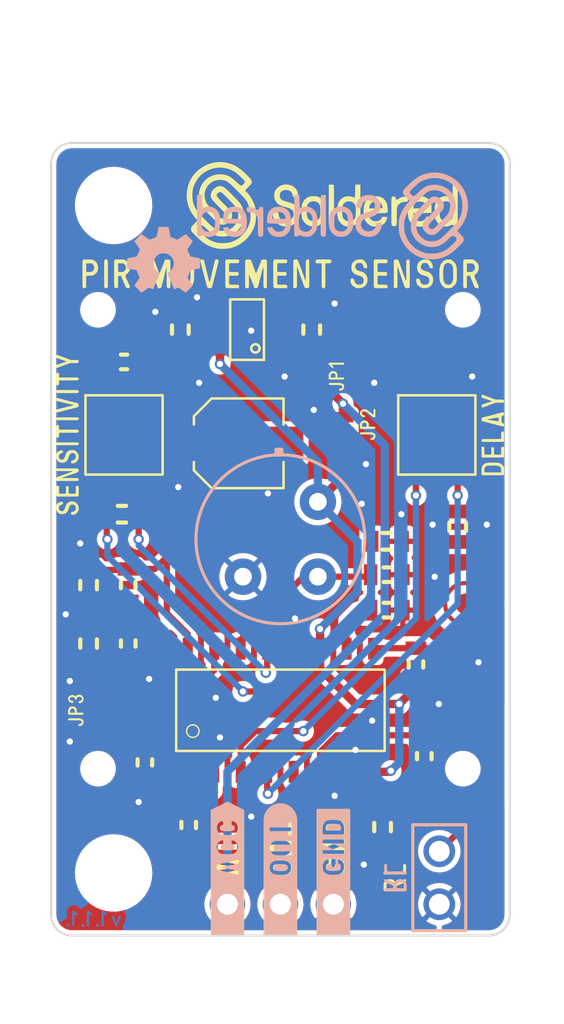
<source format=kicad_pcb>
(kicad_pcb (version 20210623) (generator pcbnew)
  (layers (0 "F.Cu" signal) (31 "B.Cu" signal) (34 "B.Paste" user) (35 "F.Paste" user) (36 "B.SilkS" user "B.Silkscreen") (37 "F.SilkS" user "F.Silkscreen") (38 "B.Mask" user) (39 "F.Mask" user) (44 "Edge.Cuts" user))
  (net 0 "")
  (net 1 "Net-(C1-Pad2)")
  (net 2 "GND")
  (net 3 "3V3")
  (net 4 "Net-(C3-Pad2)")
  (net 5 "Net-(C4-Pad2)")
  (net 6 "REL")
  (net 7 "Net-(C6-Pad2)")
  (net 8 "Net-(C6-Pad1)")
  (net 9 "Net-(C7-Pad2)")
  (net 10 "VCC")
  (net 11 "Net-(C9-Pad2)")
  (net 12 "Net-(C9-Pad1)")
  (net 13 "Net-(JP3-Pad2)")
  (net 14 "Net-(K1-Pad2)")
  (net 15 "OUT")
  (net 16 "Net-(R1-Pad1)")
  (net 17 "Net-(R2-Pad2)")
  (net 18 "Net-(R3-Pad2)")
  (net 19 "Net-(R4-Pad2)")
  (net 20 "Net-(R6-Pad1)")
  (net 22 "Net-(C8-Pad1)")
  (footprint "e-radionica.com footprinti:0603R" (layer "F.Cu") (at 93.7 113.2 90)
    (fp_text reference "R7")
    (fp_text value "2M")
    (pad "1" smd rect locked (at -0.775 0 180) (size 1 0.64) (layers "F.Cu" "F.Paste" "F.Mask") (net 8 "Net-(C6-Pad1)"))
    (pad "2" smd rect locked (at 0.775 0 180) (size 1 0.64) (layers "F.Cu" "F.Paste" "F.Mask") (net 7 "Net-(C6-Pad2)"))
  )
  (footprint "" (layer "F.Cu") (at 92.25 100)
    (fp_text reference "HOLE_L2" hide)
    (fp_text value "" hide)
    (pad "" np_thru_hole circle locked (at 0 0) (size 1.2 1.2) (drill 1.2) (layers F&B.Cu *.Mask))
  )
  (footprint "e-radionica.com footprinti:FIDUCIAL_23" (layer "F.Cu") (at 109.9 114.1)
    (fp_text reference "FD1")
    (fp_text value "FIDUCIAL")
    (fp_circle (center 0 0) (end 1 0) (layer "F.Cu") (width 0.2) (fill none))
    (pad "1" smd circle (at 0 0) (size 1 1) (layers "F.Cu" "F.Paste" "F.Mask") (clearance 1.1))
  )
  (footprint "buzzardLabel" (layer "F.Cu") (at 103.54 130.4 90)
    (fp_text reference "" (at 0 0 90) (layer "F.SilkS") (effects (font (size 1.27 1.27))))
    (fp_text value "" (at 0 0 90) (layer "F.SilkS") (effects (font (size 1.27 1.27))))
  )
  (footprint "buzzardLabel" (layer "F.Cu") (at 105.2 105.5 90)
    (fp_text reference "" (at 0 0 90) (layer "F.SilkS") (effects (font (size 1.27 1.27))))
    (fp_text value "" (at 0 0 90) (layer "F.SilkS") (effects (font (size 1.27 1.27))))
  )
  (footprint "e-radionica.com footprinti:0603C" (layer "F.Cu") (at 96.2 100.95 -90)
    (fp_text reference "C2")
    (fp_text value "2.2uF")
    (pad "1" smd rect locked (at -0.73 0 270) (size 0.66 1) (layers "F.Cu" "F.Paste" "F.Mask") (net 2 "GND"))
    (pad "2" smd rect locked (at 0.73 0 270) (size 0.66 1) (layers "F.Cu" "F.Paste" "F.Mask") (net 3 "3V3"))
  )
  (footprint "e-radionica.com footprinti:ELECTROLITIC_CAP_4mm" (layer "F.Cu") (at 99 106.4)
    (fp_text reference "C8")
    (fp_text value "EDK106M016A9BAA")
    (pad "1" smd rect locked (at -1.8 0) (size 2.6 1.6) (layers "F.Cu" "F.Paste" "F.Mask") (net 22 "Net-(C8-Pad1)"))
    (pad "2" smd rect locked (at 1.8 0) (size 2.6 1.6) (layers "F.Cu" "F.Paste" "F.Mask") (net 7 "Net-(C6-Pad2)"))
  )
  (footprint "e-radionica.com footprinti:HEADER_MALE_3X1" (layer "F.Cu") (at 101 128.5 180)
    (fp_text reference "K2")
    (fp_text value "HEADER_MALE_3X1")
    (pad "1" thru_hole circle locked (at -2.54 0 180) (size 1.7 1.7) (drill 1) (layers *.Cu *.Mask) (net 2 "GND"))
    (pad "2" thru_hole circle locked (at 0 0 180) (size 1.7 1.7) (drill 1) (layers *.Cu *.Mask) (net 15 "OUT"))
    (pad "3" thru_hole circle locked (at 2.54 0 180) (size 1.7 1.7) (drill 1) (layers *.Cu *.Mask) (net 10 "VCC"))
  )
  (footprint "" (layer "F.Cu") (at 92.25 122)
    (fp_text reference "HOLE_L1" hide)
    (fp_text value "" hide)
    (pad "" np_thru_hole circle locked (at 0 0) (size 1.2 1.2) (drill 1.2) (layers F&B.Cu *.Mask))
  )
  (footprint "e-radionica.com footprinti:0603C" (layer "F.Cu") (at 105.9 124.8 90)
    (fp_text reference "C4")
    (fp_text value "10n")
    (pad "1" smd rect locked (at -0.73 0 90) (size 0.66 1) (layers "F.Cu" "F.Paste" "F.Mask") (net 2 "GND"))
    (pad "2" smd rect locked (at 0.73 0 90) (size 0.66 1) (layers "F.Cu" "F.Paste" "F.Mask") (net 5 "Net-(C4-Pad2)"))
  )
  (footprint "Soldered Graphics:Logo-Back-SolderedFULL-13mm" (layer "F.Cu") (at 103.5 95.5)
    (fp_text reference "REF**" hide)
    (fp_text value "Logo-Front-SolderedFULL-13mm" hide)
  )
  (footprint "" (layer "F.Cu") (at 109.75 100)
    (fp_text reference "HOLE_L3" hide)
    (fp_text value "" hide)
    (pad "" np_thru_hole circle locked (at 0 0) (size 1.2 1.2) (drill 1.2) (layers F&B.Cu *.Mask))
  )
  (footprint "e-radionica.com footprinti:HOLE_3.2mm" (layer "F.Cu") (at 93 95)
    (fp_text reference "H2" hide)
    (fp_text value "HOLE_3.2mm" hide)
    (pad "" np_thru_hole circle locked (at 0 0) (size 3.2 3.2) (drill 3.2) (layers F&B.Cu *.Mask))
  )
  (footprint "e-radionica.com footprinti:0603C" (layer "F.Cu") (at 102.5 100.95 -90)
    (fp_text reference "C1")
    (fp_text value "2.2uF")
    (pad "1" smd rect locked (at -0.73 0 270) (size 0.66 1) (layers "F.Cu" "F.Paste" "F.Mask") (net 2 "GND"))
    (pad "2" smd rect locked (at 0.73 0 270) (size 0.66 1) (layers "F.Cu" "F.Paste" "F.Mask") (net 1 "Net-(C1-Pad2)"))
  )
  (footprint "e-radionica.com footprinti:SMD_JUMPER_3_PAD_CONNECTED_RIGHT" (layer "F.Cu") (at 92.4 119.2 -90)
    (fp_text reference "JP3")
    (fp_text value "SMD_JUMPER_3_PAD_CONNECTED_RIGHT")
    (pad "1" smd rect locked (at -0.7 0 90) (size 0.5 1) (layers "F.Cu" "F.Mask") (net 3 "3V3"))
    (pad "2" smd rect locked (at 0 0 90) (size 0.5 1) (layers "F.Cu" "F.Paste" "F.Mask") (net 13 "Net-(JP3-Pad2)"))
    (pad "3" smd rect locked (at 0.7 0 90) (size 0.5 1) (layers "F.Cu" "F.Paste" "F.Mask") (net 2 "GND"))
  )
  (footprint "buzzardLabel" (layer "F.Cu") (at 91.2 119.2 90)
    (fp_text reference "" (at 0 0 90) (layer "F.SilkS") (effects (font (size 1.27 1.27))))
    (fp_text value "" (at 0 0 90) (layer "F.SilkS") (effects (font (size 1.27 1.27))))
  )
  (footprint "e-radionica.com footprinti:0603R" (layer "F.Cu") (at 107.5 117 -90)
    (fp_text reference "R11")
    (fp_text value "1M")
    (pad "1" smd rect locked (at -0.775 0) (size 1 0.64) (layers "F.Cu" "F.Paste" "F.Mask") (net 14 "Net-(K1-Pad2)"))
    (pad "2" smd rect locked (at 0.775 0) (size 1 0.64) (layers "F.Cu" "F.Paste" "F.Mask") (net 3 "3V3"))
  )
  (footprint "Soldered Graphics:Logo-Front-SolderedFULL-13mm" (layer "F.Cu") (at 103 95)
    (fp_text reference "REF**" hide)
    (fp_text value "Logo-Front-SolderedFULL-13mm" hide)
  )
  (footprint "e-radionica.com footprinti:SOP-16" (layer "F.Cu") (at 101 119.2 90)
    (fp_text reference "U3")
    (fp_text value "BISS0001")
    (pad "1" smd rect locked (at -2.95 -4.445 90) (size 1.05 0.48) (layers "F.Cu" "F.Paste" "F.Mask") (net 17 "Net-(R2-Pad2)"))
    (pad "2" smd rect locked (at -2.95 -3.175 90) (size 1.05 0.48) (layers "F.Cu" "F.Paste" "F.Mask") (net 18 "Net-(R3-Pad2)"))
    (pad "3" smd rect locked (at -2.95 -1.905 90) (size 1.05 0.48) (layers "F.Cu" "F.Paste" "F.Mask") (net 16 "Net-(R1-Pad1)"))
    (pad "4" smd rect locked (at -2.95 -0.635 90) (size 1.05 0.48) (layers "F.Cu" "F.Paste" "F.Mask") (net 4 "Net-(C3-Pad2)"))
    (pad "5" smd rect locked (at -2.95 0.635 90) (size 1.05 0.48) (layers "F.Cu" "F.Paste" "F.Mask") (net 5 "Net-(C4-Pad2)"))
    (pad "6" smd rect locked (at -2.95 1.905 90) (size 1.05 0.48) (layers "F.Cu" "F.Paste" "F.Mask") (net 19 "Net-(R4-Pad2)"))
    (pad "7" smd rect locked (at -2.95 3.175 90) (size 1.05 0.48) (layers "F.Cu" "F.Paste" "F.Mask") (net 2 "GND"))
    (pad "8" smd rect locked (at -2.95 4.445 90) (size 1.05 0.48) (layers "F.Cu" "F.Paste" "F.Mask") (net 3 "3V3"))
    (pad "9" smd rect locked (at 2.95 4.445 90) (size 1.05 0.48) (layers "F.Cu" "F.Paste" "F.Mask") (net 14 "Net-(K1-Pad2)"))
    (pad "10" smd rect locked (at 2.95 3.175 90) (size 1.05 0.48) (layers "F.Cu" "F.Paste" "F.Mask") (net 20 "Net-(R6-Pad1)"))
    (pad "11" smd rect locked (at 2.95 1.905 90) (size 1.05 0.48) (layers "F.Cu" "F.Paste" "F.Mask") (net 3 "3V3"))
    (pad "12" smd rect locked (at 2.95 0.635 90) (size 1.05 0.48) (layers "F.Cu" "F.Paste" "F.Mask") (net 12 "Net-(C9-Pad1)"))
    (pad "13" smd rect locked (at 2.95 -0.635 90) (size 1.05 0.48) (layers "F.Cu" "F.Paste" "F.Mask") (net 11 "Net-(C9-Pad2)"))
    (pad "14" smd rect locked (at 2.95 -1.905 90) (size 1.05 0.48) (layers "F.Cu" "F.Paste" "F.Mask") (net 6 "REL"))
    (pad "15" smd rect locked (at 2.95 -3.175 90) (size 1.05 0.48) (layers "F.Cu" "F.Paste" "F.Mask") (net 8 "Net-(C6-Pad1)"))
    (pad "16" smd rect locked (at 2.95 -4.445 90) (size 1.05 0.48) (layers "F.Cu" "F.Paste" "F.Mask") (net 7 "Net-(C6-Pad2)"))
  )
  (footprint "buzzardLabel" (layer "F.Cu") (at 90.8 106 90)
    (fp_text reference "" (at 0 0 90) (layer "F.SilkS") (effects (font (size 1.27 1.27))))
    (fp_text value "" (at 0 0 90) (layer "F.SilkS") (effects (font (size 1.27 1.27))))
  )
  (footprint "buzzardLabel" (layer "F.Cu") (at 101 98.3)
    (fp_text reference "" (at 0 0) (layer "F.SilkS") (effects (font (size 1.27 1.27))))
    (fp_text value "" (at 0 0) (layer "F.SilkS") (effects (font (size 1.27 1.27))))
  )
  (footprint "e-radionica.com footprinti:SOT-23-5" (layer "F.Cu") (at 99.4 100.95 180)
    (fp_text reference "U2")
    (fp_text value "SE5218")
    (pad "1" smd rect locked (at -1.3 -0.95 180) (size 1.1 0.6) (layers "F.Cu" "F.Paste" "F.Mask") (net 1 "Net-(C1-Pad2)"))
    (pad "2" smd rect locked (at -1.3 0 180) (size 1.1 0.6) (layers "F.Cu" "F.Paste" "F.Mask") (net 2 "GND"))
    (pad "3" smd rect locked (at -1.3 0.95 180) (size 1.1 0.6) (layers "F.Cu" "F.Paste" "F.Mask") (net 1 "Net-(C1-Pad2)"))
    (pad "4" smd rect locked (at 1.3 0.95 180) (size 1.1 0.6) (layers "F.Cu" "F.Paste" "F.Mask"))
    (pad "5" smd rect locked (at 1.3 -0.95 180) (size 1.1 0.6) (layers "F.Cu" "F.Paste" "F.Mask") (net 3 "3V3"))
  )
  (footprint "e-radionica.com footprinti:0603R" (layer "F.Cu") (at 94.5 121.7 -90)
    (fp_text reference "R2")
    (fp_text value "1k")
    (pad "1" smd rect locked (at -0.775 0) (size 1 0.64) (layers "F.Cu" "F.Paste" "F.Mask") (net 13 "Net-(JP3-Pad2)"))
    (pad "2" smd rect locked (at 0.775 0) (size 1 0.64) (layers "F.Cu" "F.Paste" "F.Mask") (net 17 "Net-(R2-Pad2)"))
  )
  (footprint "e-radionica.com footprinti:0603R" (layer "F.Cu") (at 93.5 102.5)
    (fp_text reference "R10")
    (fp_text value "10k")
    (pad "1" smd rect locked (at -0.775 0 90) (size 1 0.64) (layers "F.Cu" "F.Paste" "F.Mask") (net 11 "Net-(C9-Pad2)"))
    (pad "2" smd rect locked (at 0.775 0 90) (size 1 0.64) (layers "F.Cu" "F.Paste" "F.Mask") (net 22 "Net-(C8-Pad1)"))
  )
  (footprint "e-radionica.com footprinti:0603C" (layer "F.Cu") (at 109.5 110.4 90)
    (fp_text reference "C3")
    (fp_text value "10n")
    (pad "1" smd rect locked (at -0.73 0 90) (size 0.66 1) (layers "F.Cu" "F.Paste" "F.Mask") (net 2 "GND"))
    (pad "2" smd rect locked (at 0.73 0 90) (size 0.66 1) (layers "F.Cu" "F.Paste" "F.Mask") (net 4 "Net-(C3-Pad2)"))
  )
  (footprint "buzzardLabel" (layer "F.Cu") (at 98.46 130.4 90)
    (fp_text reference "" (at 0 0 90) (layer "F.SilkS") (effects (font (size 1.27 1.27))))
    (fp_text value "" (at 0 0 90) (layer "F.SilkS") (effects (font (size 1.27 1.27))))
  )
  (footprint "e-radionica.com footprinti:0603C" (layer "F.Cu") (at 91.8 116 90)
    (fp_text reference "C7")
    (fp_text value "47u")
    (pad "1" smd rect locked (at -0.73 0 90) (size 0.66 1) (layers "F.Cu" "F.Paste" "F.Mask") (net 2 "GND"))
    (pad "2" smd rect locked (at 0.73 0 90) (size 0.66 1) (layers "F.Cu" "F.Paste" "F.Mask") (net 9 "Net-(C7-Pad2)"))
  )
  (footprint "buzzardLabel" (layer "F.Cu") (at 101 130.4 90)
    (fp_text reference "" (at 0 0 90) (layer "F.SilkS") (effects (font (size 1.27 1.27))))
    (fp_text value "" (at 0 0 90) (layer "F.SilkS") (effects (font (size 1.27 1.27))))
  )
  (footprint "e-radionica.com footprinti:HEADER_MALE_2X1" (layer "F.Cu") (at 108.62 127.23 90)
    (fp_text reference "K1")
    (fp_text value "HEADER_MALE_2X1")
    (pad "1" thru_hole circle locked (at -1.27 0 90) (size 1.524 1.524) (drill 1) (layers *.Cu *.Mask) (net 2 "GND"))
    (pad "2" thru_hole circle locked (at 1.27 0 90) (size 1.524 1.524) (drill 1) (layers *.Cu *.Mask) (net 14 "Net-(K1-Pad2)"))
  )
  (footprint "e-radionica.com footprinti:0603C" (layer "F.Cu") (at 93.4 109.8)
    (fp_text reference "C9")
    (fp_text value "10n")
    (pad "1" smd rect locked (at -0.73 0) (size 0.66 1) (layers "F.Cu" "F.Paste" "F.Mask") (net 12 "Net-(C9-Pad1)"))
    (pad "2" smd rect locked (at 0.73 0) (size 0.66 1) (layers "F.Cu" "F.Paste" "F.Mask") (net 11 "Net-(C9-Pad2)"))
  )
  (footprint "e-radionica.com footprinti:SMD_JUMPER" (layer "F.Cu") (at 104 105.5 -90)
    (fp_text reference "JP2")
    (fp_text value "SMD_JUMPER")
    (pad "1" smd rect locked (at -0.35 0 270) (size 0.5 1) (layers "F.Cu" "F.Mask") (net 10 "VCC"))
    (pad "2" smd rect locked (at 0.35 0 270) (size 0.5 1) (layers "F.Cu" "F.Mask") (net 3 "3V3"))
  )
  (footprint "e-radionica.com footprinti:0603R" (layer "F.Cu") (at 107.9 121.4 90)
    (fp_text reference "R4")
    (fp_text value "15k")
    (pad "1" smd rect locked (at -0.775 0 180) (size 1 0.64) (layers "F.Cu" "F.Paste" "F.Mask") (net 5 "Net-(C4-Pad2)"))
    (pad "2" smd rect locked (at 0.775 0 180) (size 1 0.64) (layers "F.Cu" "F.Paste" "F.Mask") (net 19 "Net-(R4-Pad2)"))
  )
  (footprint "e-radionica.com footprinti:0603R" (layer "F.Cu") (at 93.7 116 -90)
    (fp_text reference "R8")
    (fp_text value "47k")
    (pad "1" smd rect locked (at -0.775 0) (size 1 0.64) (layers "F.Cu" "F.Paste" "F.Mask") (net 8 "Net-(C6-Pad1)"))
    (pad "2" smd rect locked (at 0.775 0) (size 1 0.64) (layers "F.Cu" "F.Paste" "F.Mask") (net 9 "Net-(C7-Pad2)"))
  )
  (footprint "buzzardLabel" (layer "F.Cu") (at 103.7 103.2 90)
    (fp_text reference "" (at 0 0 90) (layer "F.SilkS") (effects (font (size 1.27 1.27))))
    (fp_text value "" (at 0 0 90) (layer "F.SilkS") (effects (font (size 1.27 1.27))))
  )
  (footprint "e-radionica.com footprinti:HOLE_3.2mm" (layer "F.Cu") (at 93 127)
    (fp_text reference "H1" hide)
    (fp_text value "HOLE_3.2mm" hide)
    (pad "" np_thru_hole circle locked (at 0 0) (size 3.2 3.2) (drill 3.2) (layers F&B.Cu *.Mask))
  )
  (footprint "e-radionica.com footprinti:tc33x-2-103e" (layer "F.Cu") (at 108.5 106)
    (fp_text reference "R1")
    (fp_text value "TC33X-2-105E")
    (pad "1" smd rect locked (at -1 1.8) (size 1.2 1.2) (layers "F.Cu" "F.Paste" "F.Mask") (net 16 "Net-(R1-Pad1)"))
    (pad "2" smd rect locked (at 0 -1.45) (size 1.6 1.5) (layers "F.Cu" "F.Paste" "F.Mask") (net 4 "Net-(C3-Pad2)"))
    (pad "3" smd rect locked (at 1 1.8) (size 1.2 1.2) (layers "F.Cu" "F.Paste" "F.Mask") (net 4 "Net-(C3-Pad2)"))
  )
  (footprint "e-radionica.com footprinti:0603C" (layer "F.Cu") (at 106.1 111.1 180)
    (fp_text reference "C5")
    (fp_text value "10n")
    (pad "1" smd rect locked (at -0.73 0 180) (size 0.66 1) (layers "F.Cu" "F.Paste" "F.Mask") (net 2 "GND"))
    (pad "2" smd rect locked (at 0.73 0 180) (size 0.66 1) (layers "F.Cu" "F.Paste" "F.Mask") (net 6 "REL"))
  )
  (footprint "" (layer "F.Cu") (at 109.75 122)
    (fp_text reference "HOLE_L4" hide)
    (fp_text value "" hide)
    (pad "" np_thru_hole circle locked (at 0 0) (size 1.2 1.2) (drill 1.2) (layers F&B.Cu *.Mask))
  )
  (footprint "Soldered Graphics:Logo-Back-OSH-3.5mm" (layer "F.Cu") (at 95.4 97.6)
    (fp_text reference "G***" hide)
    (fp_text value "LOGO" hide)
  )
  (footprint "e-radionica.com footprinti:tc33x-2-103e" (layer "F.Cu") (at 93.5 106)
    (fp_text reference "R9")
    (fp_text value "TC33X-2-105E")
    (pad "1" smd rect locked (at -1 1.8) (size 1.2 1.2) (layers "F.Cu" "F.Paste" "F.Mask") (net 12 "Net-(C9-Pad1)"))
    (pad "2" smd rect locked (at 0 -1.45) (size 1.6 1.5) (layers "F.Cu" "F.Paste" "F.Mask") (net 11 "Net-(C9-Pad2)"))
    (pad "3" smd rect locked (at 1 1.8) (size 1.2 1.2) (layers "F.Cu" "F.Paste" "F.Mask") (net 11 "Net-(C9-Pad2)"))
  )
  (footprint "buzzardLabel" (layer "F.Cu") (at 111.2 106 90)
    (fp_text reference "" (at 0 0 90) (layer "F.SilkS") (effects (font (size 1.27 1.27))))
    (fp_text value "" (at 0 0 90) (layer "F.SilkS") (effects (font (size 1.27 1.27))))
  )
  (footprint "e-radionica.com footprinti:SMD-JUMPER-CONNECTED_TRACE_SLODERMASK" (layer "F.Cu") (at 102.5 103.2 -90)
    (fp_text reference "JP1")
    (fp_text value "SMD-JUMPER-CONNECTED_TRACE_SLODERMASK")
    (fp_poly (pts (xy 0.1 0.1) (xy -0.1 0.1) (xy -0.1 -0.1) (xy 0.1 -0.1)) (layer "F.Cu") (width 0.1) (fill solid))
    (pad "1" smd rect (at -0.35 0 270) (size 0.5 1) (layers "F.Cu" "F.Mask") (net 1 "Net-(C1-Pad2)"))
    (pad "2" smd rect (at 0.35 0 270) (size 0.5 1) (layers "F.Cu" "F.Mask") (net 10 "VCC"))
  )
  (footprint "buzzardLabel" (layer "F.Cu") (at 106.5 127.23 90)
    (fp_text reference "" (at 0 0 90) (layer "F.SilkS") (effects (font (size 1.27 1.27))))
    (fp_text value "" (at 0 0 90) (layer "F.SilkS") (effects (font (size 1.27 1.27))))
  )
  (footprint "e-radionica.com footprinti:0603R" (layer "F.Cu") (at 96.6 124.7 90)
    (fp_text reference "R3")
    (fp_text value "1k")
    (pad "1" smd rect locked (at -0.775 0 180) (size 1 0.64) (layers "F.Cu" "F.Paste" "F.Mask") (net 15 "OUT"))
    (pad "2" smd rect locked (at 0.775 0 180) (size 1 0.64) (layers "F.Cu" "F.Paste" "F.Mask") (net 18 "Net-(R3-Pad2)"))
  )
  (footprint "e-radionica.com footprinti:0603R" (layer "F.Cu") (at 106.1 114.4)
    (fp_text reference "R6")
    (fp_text value "1M")
    (pad "1" smd rect locked (at -0.775 0 90) (size 1 0.64) (layers "F.Cu" "F.Paste" "F.Mask") (net 20 "Net-(R6-Pad1)"))
    (pad "2" smd rect locked (at 0.775 0 90) (size 1 0.64) (layers "F.Cu" "F.Paste" "F.Mask") (net 2 "GND"))
  )
  (footprint "e-radionica.com footprinti:0603R" (layer "F.Cu") (at 106.1 112.7 180)
    (fp_text reference "R5")
    (fp_text value "47k")
    (pad "1" smd rect locked (at -0.775 0 270) (size 1 0.64) (layers "F.Cu" "F.Paste" "F.Mask") (net 2 "GND"))
    (pad "2" smd rect locked (at 0.775 0 270) (size 1 0.64) (layers "F.Cu" "F.Paste" "F.Mask") (net 6 "REL"))
  )
  (footprint "e-radionica.com footprinti:0603C" (layer "F.Cu") (at 91.8 113.2 90)
    (fp_text reference "C6")
    (fp_text value "10n")
    (pad "1" smd rect locked (at -0.73 0 90) (size 0.66 1) (layers "F.Cu" "F.Paste" "F.Mask") (net 8 "Net-(C6-Pad1)"))
    (pad "2" smd rect locked (at 0.73 0 90) (size 0.66 1) (layers "F.Cu" "F.Paste" "F.Mask") (net 7 "Net-(C6-Pad2)"))
  )
  (footprint "buzzardLabel" (layer "B.Cu") (at 101 130.4 90)
    (fp_text reference "" (at 0 0 90) (layer "B.SilkS") (effects (font (size 1.27 1.27)) (justify mirror)))
    (fp_text value "" (at 0 0 90) (layer "B.SilkS") (effects (font (size 1.27 1.27)) (justify mirror)))
  )
  (footprint "Soldered Graphics:Version1.1.1." (layer "B.Cu") (at 92 129.2 180)
    (fp_text reference "REF**" hide)
    (fp_text value "Version1.1.1." hide)
    (fp_poly (pts (xy 0.21 -0.35) (xy 0.26 -0.35) (xy 0.28 -0.31) (xy 0.28 0.35) (xy 0.24 0.38) (xy 0.19 0.38) (xy 0.15 0.34) (xy 0.04 0.22) (xy 0.02 0.17) (xy 0.05 0.16) (xy 0.14 0.22) (xy 0.18 0.23) (xy 0.18 -0.31) (xy 0.21 -0.35)) (layer "B.Cu") (width 0.01) (fill solid))
    (fp_poly (pts (xy -1.15 -0.35) (xy -1.1 -0.35) (xy -1.07 -0.31) (xy -0.92 0.1) (xy -0.94 0.13) (xy -0.99 0.13) (xy -1.02 0.1) (xy -1.11 -0.16) (xy -1.13 -0.21) (xy -1.15 -0.17) (xy -1.24 0.09) (xy -1.26 0.13) (xy -1.32 0.13) (xy -1.34 0.1) (xy -1.18 -0.31) (xy -1.15 -0.35)) (layer "B.Cu") (width 0.01) (fill solid))
    (fp_poly (pts (xy 0.43 -0.38) (xy 0.48 -0.38) (xy 0.54 -0.37) (xy 0.54 -0.33) (xy 0.54 -0.27) (xy 0.5 -0.26) (xy 0.45 -0.26) (xy 0.42 -0.29) (xy 0.42 -0.34) (xy 0.43 -0.38)) (layer "B.Cu") (width 0.01) (fill solid))
    (fp_poly (pts (xy 1.14 -0.38) (xy 1.19 -0.38) (xy 1.24 -0.37) (xy 1.25 -0.33) (xy 1.25 -0.27) (xy 1.2 -0.26) (xy 1.15 -0.26) (xy 1.12 -0.29) (xy 1.12 -0.34) (xy 1.14 -0.38)) (layer "B.Cu") (width 0.01) (fill solid))
    (fp_poly (pts (xy -0.27 -0.38) (xy -0.22 -0.38) (xy -0.17 -0.37) (xy -0.16 -0.33) (xy -0.16 -0.27) (xy -0.21 -0.26) (xy -0.26 -0.26) (xy -0.29 -0.29) (xy -0.29 -0.34) (xy -0.27 -0.38)) (layer "B.Cu") (width 0.01) (fill solid))
    (fp_poly (pts (xy 0.91 -0.35) (xy 0.96 -0.35) (xy 0.98 -0.31) (xy 0.98 0.35) (xy 0.95 0.38) (xy 0.89 0.38) (xy 0.86 0.34) (xy 0.74 0.22) (xy 0.73 0.17) (xy 0.76 0.16) (xy 0.85 0.22) (xy 0.89 0.23) (xy 0.89 -0.31) (xy 0.91 -0.35)) (layer "B.Cu") (width 0.01) (fill solid))
    (fp_poly (pts (xy -0.5 -0.35) (xy -0.44 -0.35) (xy -0.43 -0.31) (xy -0.43 0.35) (xy -0.46 0.38) (xy -0.52 0.38) (xy -0.55 0.34) (xy -0.67 0.22) (xy -0.68 0.17) (xy -0.65 0.16) (xy -0.56 0.22) (xy -0.52 0.23) (xy -0.52 -0.31) (xy -0.5 -0.35)) (layer "B.Cu") (width 0.01) (fill solid))
  )
  (footprint "e-radionica.com footprinti:PIR_senzor" (layer "B.Cu") (at 101 111 -135)
    (fp_text reference "U1")
    (fp_text value "AM312")
    (pad "1" thru_hole circle (at -2.54 0 225) (size 1.75 1.75) (drill 0.85) (layers *.Cu *.Mask) (net 3 "3V3"))
    (pad "2" thru_hole circle (at 0 -2.54 225) (size 1.75 1.75) (drill 0.85) (layers *.Cu *.Mask) (net 6 "REL"))
    (pad "3" thru_hole circle (at 2.54 0 225) (size 1.75 1.75) (drill 0.85) (layers *.Cu *.Mask) (net 2 "GND"))
  )
  (footprint "buzzardLabel" (layer "B.Cu") (at 106.5 127.23 90)
    (fp_text reference "" (at 0 0 90) (layer "B.SilkS") (effects (font (size 1.27 1.27)) (justify mirror)))
    (fp_text value "" (at 0 0 90) (layer "B.SilkS") (effects (font (size 1.27 1.27)) (justify mirror)))
  )
  (footprint "buzzardLabel" (layer "B.Cu") (at 98.46 130.4 90)
    (fp_text reference "" (at 0 0 90) (layer "B.SilkS") (effects (font (size 1.27 1.27)) (justify mirror)))
    (fp_text value "" (at 0 0 90) (layer "B.SilkS") (effects (font (size 1.27 1.27)) (justify mirror)))
  )
  (footprint "buzzardLabel" (layer "B.Cu") (at 103.54 130.4 90)
    (fp_text reference "" (at 0 0 90) (layer "B.SilkS") (effects (font (size 1.27 1.27)) (justify mirror)))
    (fp_text value "" (at 0 0 90) (layer "B.SilkS") (effects (font (size 1.27 1.27)) (justify mirror)))
  )
  (gr_line (start 109.89 129.77) (end 109.89 124.69) (layer "B.SilkS") (width 0.15))
  (gr_line (start 107.35 124.69) (end 107.35 129.77) (layer "B.SilkS") (width 0.15))
  (gr_line (start 109.89 124.69) (end 107.35 124.69) (layer "B.SilkS") (width 0.15))
  (gr_line (start 107.35 129.77) (end 109.89 129.77) (layer "B.SilkS") (width 0.15))
  (gr_line (start 107.35 124.69) (end 109.89 124.69) (layer "F.SilkS") (width 0.15))
  (gr_line (start 109.89 124.69) (end 109.89 129.77) (layer "F.SilkS") (width 0.15))
  (gr_line (start 107.35 129.77) (end 107.35 124.69) (layer "F.SilkS") (width 0.15))
  (gr_line (start 109.89 129.77) (end 107.35 129.77) (layer "F.SilkS") (width 0.15))
  (gr_arc (start 91 129) (end 91 130) (angle 90) (layer "Edge.Cuts") (width 0.1))
  (gr_line (start 91 92) (end 111 92) (layer "Edge.Cuts") (width 0.1))
  (gr_line (start 111 130) (end 91 130) (layer "Edge.Cuts") (width 0.1))
  (gr_arc (start 91 93) (end 91 92) (angle -90) (layer "Edge.Cuts") (width 0.1))
  (gr_line (start 112 93) (end 112 129) (layer "Edge.Cuts") (width 0.1))
  (gr_line (start 90 129) (end 90 93) (layer "Edge.Cuts") (width 0.1))
  (gr_arc (start 111 129) (end 111 130) (angle -90) (layer "Edge.Cuts") (width 0.1))
  (gr_arc (start 111 93) (end 111 92) (angle 90) (layer "Edge.Cuts") (width 0.1))
  (segment (start 100.7 100) (end 99.6 100) (width 0.254) (layer "F.Cu") (net 1))
  (segment (start 98.9 101.3) (end 99.5 101.9) (width 0.254) (layer "F.Cu") (net 1))
  (segment (start 98.9 100.7) (end 98.9 101.3) (width 0.254) (layer "F.Cu") (net 1))
  (segment (start 100.7 101.9) (end 101.7 101.9) (width 0.4) (layer "F.Cu") (net 1))
  (segment (start 101.7 101.9) (end 101.92 101.68) (width 0.4) (layer "F.Cu") (net 1))
  (segment (start 102.5 102.85) (end 102.5 101.68) (width 0.4) (layer "F.Cu") (net 1))
  (segment (start 99.5 101.9) (end 100.7 101.9) (width 0.254) (layer "F.Cu") (net 1))
  (segment (start 99.6 100) (end 98.9 100.7) (width 0.254) (layer "F.Cu") (net 1))
  (segment (start 101.92 101.68) (end 102.5 101.68) (width 0.4) (layer "F.Cu") (net 1))
  (via (at 105.5 103.5) (size 0.5) (drill 0.3) (layers "F.Cu" "B.Cu") (net 2))
  (via (at 110.2 103.2) (size 0.5) (drill 0.3) (layers "F.Cu" "B.Cu") (net 2))
  (via (at 110.9 110.3) (size 0.5) (drill 0.3) (layers "F.Cu" "B.Cu") (net 2))
  (via (at 105.4 119.7) (size 0.5) (drill 0.3) (layers "F.Cu" "B.Cu") (net 2))
  (via (at 91.4 111.2) (size 0.5) (drill 0.3) (layers "F.Cu" "B.Cu") (net 2))
  (via (at 108.4 112.8) (size 0.5) (drill 0.3) (layers "F.Cu" "B.Cu") (net 2))
  (via (at 105 126.6) (size 0.5) (drill 0.3) (layers "F.Cu" "B.Cu") (net 2))
  (via (at 106.8 109.8) (size 0.5) (drill 0.3) (layers "F.Cu" "B.Cu") (net 2))
  (via (at 101.7 114.8) (size 0.5) (drill 0.3) (layers "F.Cu" "B.Cu") (net 2))
  (via (at 108.3 110.3) (size 0.5) (drill 0.3) (layers "F.Cu" "B.Cu") (net 2))
  (via (at 102.6 104.8) (size 0.5) (drill 0.3) (layers "F.Cu" "B.Cu") (net 2))
  (via (at 110.5 116.9) (size 0.5) (drill 0.3) (layers "F.Cu" "B.Cu") (net 2))
  (via (at 103.6 123.3) (size 0.5) (drill 0.3) (layers "F.Cu" "B.Cu") (net 2))
  (via (at 101.2 103.2) (size 0.5) (drill 0.3) (layers "F.Cu" "B.Cu") (net 2))
  (via (at 99.6 101) (size 0.5) (drill 0.3) (layers "F.Cu" "B.Cu") (net 2))
  (via (at 103.6 99.7) (size 0.5) (drill 0.3) (layers "F.Cu" "B.Cu") (net 2))
  (via (at 99.6 124.3) (size 0.5) (drill 0.3) (layers "F.Cu" "B.Cu") (net 2))
  (via (at 90.9 120.7) (size 0.5) (drill 0.3) (layers "F.Cu" "B.Cu") (net 2))
  (via (at 97.9 118.6) (size 0.5) (drill 0.3) (layers "F.Cu" "B.Cu") (net 2))
  (via (at 104.6 121.1) (size 0.5) (drill 0.3) (layers "F.Cu" "B.Cu") (net 2))
  (via (at 100.4 108.8) (size 0.5) (drill 0.3) (layers "F.Cu" "B.Cu") (net 2))
  (via (at 98.1 120.5) (size 0.5) (drill 0.3) (layers "F.Cu" "B.Cu") (net 2))
  (via (at 96.1 108.5) (size 0.5) (drill 0.3) (layers "F.Cu" "B.Cu") (net 2))
  (via (at 94.7 117.7) (size 0.5) (drill 0.3) (layers "F.Cu" "B.Cu") (net 2))
  (via (at 108.6 118.9) (size 0.5) (drill 0.3) (layers "F.Cu" "B.Cu") (net 2))
  (via (at 95 100.1) (size 0.5) (drill 0.3) (layers "F.Cu" "B.Cu") (net 2))
  (via (at 94.2 123.6) (size 0.5) (drill 0.3) (layers "F.Cu" "B.Cu") (net 2))
  (via (at 97 99.4) (size 0.5) (drill 0.3) (layers "F.Cu" "B.Cu") (net 2))
  (via (at 105.1 107.4) (size 0.5) (drill 0.3) (layers "F.Cu" "B.Cu") (net 2))
  (via (at 90.9 117.8) (size 0.5) (drill 0.3) (layers "F.Cu" "B.Cu") (net 2))
  (via (at 90.7 114.6) (size 0.5) (drill 0.3) (layers "F.Cu" "B.Cu") (net 2))
  (via (at 97.1 103.5) (size 0.5) (drill 0.3) (layers "F.Cu" "B.Cu") (net 2))
  (via (at 104.9 109.3) (size 0.5) (drill 0.3) (layers "F.Cu" "B.Cu") (net 2))
  (segment (start 100.71 119.4) (end 102.905 117.205) (width 0.3) (layer "F.Cu") (net 3))
  (segment (start 102.796051 109.203949) (end 104 108) (width 0.4) (layer "F.Cu") (net 3))
  (segment (start 95.9 119.4) (end 100.71 119.4) (width 0.3) (layer "F.Cu") (net 3))
  (segment (start 96.42 101.9) (end 96.2 101.68) (width 0.4) (layer "F.Cu") (net 3))
  (segment (start 106.25 122.15) (end 105.445 122.15) (width 0.4) (layer "F.Cu") (net 3))
  (segment (start 107.5 118.1) (end 107.5 117.775) (width 0.4) (layer "F.Cu") (net 3))
  (segment (start 106.3 122.1) (end 106.25 122.15) (width 0.4) (layer "F.Cu") (net 3))
  (segment (start 102.905 117.205) (end 104.6 118.9) (width 0.4) (layer "F.Cu") (net 3))
  (segment (start 104 108) (end 104 105.85) (width 0.4) (layer "F.Cu") (net 3))
  (segment (start 98.1 101.9) (end 98.1 102.6) (width 0.4) (layer "F.Cu") (net 3))
  (segment (start 98.1 101.9) (end 96.42 101.9) (width 0.4) (layer "F.Cu") (net 3))
  (segment (start 102.905 116.25) (end 102.905 117.205) (width 0.4) (layer "F.Cu") (net 3))
  (segment (start 106.7 118.9) (end 107.5 118.1) (width 0.4) (layer "F.Cu") (net 3))
  (segment (start 92.4 118.5) (end 95 118.5) (width 0.3) (layer "F.Cu") (net 3))
  (segment (start 95 118.5) (end 95.9 119.4) (width 0.3) (layer "F.Cu") (net 3))
  (segment (start 102.9 115.3) (end 102.9 116.245) (width 0.4) (layer "F.Cu") (net 3))
  (segment (start 104.6 118.9) (end 106.7 118.9) (width 0.4) (layer "F.Cu") (net 3))
  (segment (start 102.9 116.245) (end 102.905 116.25) (width 0.4) (layer "F.Cu") (net 3))
  (via (at 106.3 122.1) (size 0.5) (drill 0.3) (layers "F.Cu" "B.Cu") (net 3))
  (via (at 106.7 118.9) (size 0.5) (drill 0.3) (layers "F.Cu" "B.Cu") (net 3))
  (via (at 102.9 115.3) (size 0.5) (drill 0.3) (layers "F.Cu" "B.Cu") (net 3))
  (via (at 98.1 102.6) (size 0.5) (drill 0.3) (layers "F.Cu" "B.Cu") (net 3))
  (segment (start 106.3 122.1) (end 106.7 121.7) (width 0.4) (layer "B.Cu") (net 3))
  (segment (start 98.1 102.6) (end 102.796051 107.296051) (width 0.4) (layer "B.Cu") (net 3))
  (segment (start 104.7 113.5) (end 104.7 111.107898) (width 0.4) (layer "B.Cu") (net 3))
  (segment (start 104.7 111.107898) (end 102.796051 109.203949) (width 0.4) (layer "B.Cu") (net 3))
  (segment (start 106.7 121.7) (end 106.7 118.9) (width 0.4) (layer "B.Cu") (net 3))
  (segment (start 102.9 115.3) (end 104.7 113.5) (width 0.4) (layer "B.Cu") (net 3))
  (segment (start 102.796051 107.296051) (end 102.796051 109.203949) (width 0.4) (layer "B.Cu") (net 3))
  (segment (start 100.365 123.165) (end 100.365 122.15) (width 0.3) (layer "F.Cu") (net 4))
  (segment (start 109.5 107.8) (end 109.5 108.9) (width 0.3) (layer "F.Cu") (net 4))
  (segment (start 109.5 108.9) (end 109.5 109.67) (width 0.3) (layer "F.Cu") (net 4))
  (segment (start 109.5 105.55) (end 108.5 104.55) (width 0.3) (layer "F.Cu") (net 4))
  (segment (start 109.5 107.8) (end 109.5 105.55) (width 0.3) (layer "F.Cu") (net 4))
  (segment (start 100.4 123.2) (end 100.365 123.165) (width 0.3) (layer "F.Cu") (net 4))
  (via (at 100.4 123.2) (size 0.5) (drill 0.3) (layers "F.Cu" "B.Cu") (net 4))
  (via (at 109.5 108.9) (size 0.5) (drill 0.3) (layers "F.Cu" "B.Cu") (net 4))
  (segment (start 109.5 114.1) (end 109.5 108.9) (width 0.3) (layer "B.Cu") (net 4))
  (segment (start 100.4 123.2) (end 109.5 114.1) (width 0.3) (layer "B.Cu") (net 4))
  (segment (start 101.635 122.15) (end 101.635 122.835) (width 0.3) (layer "F.Cu") (net 5))
  (segment (start 105.9 124.07) (end 106.43 124.07) (width 0.3) (layer "F.Cu") (net 5))
  (segment (start 101.635 122.835) (end 102.87 124.07) (width 0.3) (layer "F.Cu") (net 5))
  (segment (start 102.87 124.07) (end 105.9 124.07) (width 0.3) (layer "F.Cu") (net 5))
  (segment (start 106.43 124.07) (end 107.9 122.6) (width 0.3) (layer "F.Cu") (net 5))
  (segment (start 107.9 122.6) (end 107.9 122.175) (width 0.3) (layer "F.Cu") (net 5))
  (segment (start 99.095 115.805) (end 102.103949 112.796051) (width 0.3) (layer "F.Cu") (net 6))
  (segment (start 102.796051 112.796051) (end 105.228949 112.796051) (width 0.3) (layer "F.Cu") (net 6))
  (segment (start 105.228949 112.796051) (end 105.325 112.7) (width 0.3) (layer "F.Cu") (net 6))
  (segment (start 102.103949 112.796051) (end 102.796051 112.796051) (width 0.3) (layer "F.Cu") (net 6))
  (segment (start 105.325 111.145) (end 105.37 111.1) (width 0.3) (layer "F.Cu") (net 6))
  (segment (start 99.095 116.25) (end 99.095 115.805) (width 0.3) (layer "F.Cu") (net 6))
  (segment (start 105.325 112.7) (end 105.325 111.145) (width 0.3) (layer "F.Cu") (net 6))
  (segment (start 93.7 112.425) (end 94.975 112.425) (width 0.3) (layer "F.Cu") (net 7))
  (segment (start 96.555 115.555) (end 95.55 114.55) (width 0.3) (layer "F.Cu") (net 7))
  (segment (start 93.655 112.47) (end 93.7 112.425) (width 0.3) (layer "F.Cu") (net 7))
  (segment (start 100.8 106.6) (end 100.8 106.4) (width 0.3) (layer "F.Cu") (net 7))
  (segment (start 95.55 111.85) (end 100.8 106.6) (width 0.3) (layer "F.Cu") (net 7))
  (segment (start 91.8 112.47) (end 93.655 112.47) (width 0.3) (layer "F.Cu") (net 7))
  (segment (start 95.55 114.55) (end 95.55 111.85) (width 0.3) (layer "F.Cu") (net 7))
  (segment (start 94.975 112.425) (end 95.55 111.85) (width 0.3) (layer "F.Cu") (net 7))
  (segment (start 96.555 116.25) (end 96.555 115.555) (width 0.3) (layer "F.Cu") (net 7))
  (segment (start 96 117.8) (end 97.3 117.8) (width 0.3) (layer "F.Cu") (net 8))
  (segment (start 91.8 113.93) (end 93.655 113.93) (width 0.3) (layer "F.Cu") (net 8))
  (segment (start 97.3 117.8) (end 97.825 117.275) (width 0.3) (layer "F.Cu") (net 8))
  (segment (start 95.3 117.1) (end 96 117.8) (width 0.3) (layer "F.Cu") (net 8))
  (segment (start 95.3 115.8) (end 95.3 117.1) (width 0.3) (layer "F.Cu") (net 8))
  (segment (start 93.655 113.93) (end 93.7 113.975) (width 0.3) (layer "F.Cu") (net 8))
  (segment (start 94.725 115.225) (end 95.3 115.8) (width 0.3) (layer "F.Cu") (net 8))
  (segment (start 93.7 115.225) (end 93.7 113.975) (width 0.3) (layer "F.Cu") (net 8))
  (segment (start 97.825 117.275) (end 97.825 116.25) (width 0.3) (layer "F.Cu") (net 8))
  (segment (start 93.7 115.225) (end 94.725 115.225) (width 0.3) (layer "F.Cu") (net 8))
  (segment (start 93.575 116.775) (end 92.07 115.27) (width 0.3) (layer "F.Cu") (net 9))
  (segment (start 93.7 116.775) (end 93.575 116.775) (width 0.3) (layer "F.Cu") (net 9))
  (segment (start 92.07 115.27) (end 91.8 115.27) (width 0.3) (layer "F.Cu") (net 9))
  (segment (start 104 104.5) (end 104 105.15) (width 0.4) (layer "F.Cu") (net 10))
  (segment (start 102.5 103.55) (end 103.05 103.55) (width 0.4) (layer "F.Cu") (net 10))
  (segment (start 103.05 103.55) (end 104 104.5) (width 0.4) (layer "F.Cu") (net 10))
  (via (at 104 104.5) (size 0.5) (drill 0.3) (layers "F.Cu" "B.Cu") (net 10))
  (segment (start 106 106.5) (end 106 114.6) (width 0.4) (layer "B.Cu") (net 10))
  (segment (start 104 104.5) (end 106 106.5) (width 0.4) (layer "B.Cu") (net 10))
  (segment (start 106 114.6) (end 98.46 122.14) (width 0.4) (layer "B.Cu") (net 10))
  (segment (start 98.46 122.14) (end 98.46 128.5) (width 0.4) (layer "B.Cu") (net 10))
  (segment (start 92.725 103.775) (end 93.5 104.55) (width 0.3) (layer "F.Cu") (net 11))
  (segment (start 94.13 109.8) (end 94.13 108.17) (width 0.3) (layer "F.Cu") (net 11))
  (segment (start 100.365 117.335) (end 100.365 116.25) (width 0.3) (layer "F.Cu") (net 11))
  (segment (start 94.2 111) (end 94.2 109.87) (width 0.3) (layer "F.Cu") (net 11))
  (segment (start 100.3 117.4) (end 100.365 117.335) (width 0.3) (layer "F.Cu") (net 11))
  (segment (start 94.5 107.8) (end 94.5 105.55) (width 0.3) (layer "F.Cu") (net 11))
  (segment (start 94.13 108.17) (end 94.5 107.8) (width 0.3) (layer "F.Cu") (net 11))
  (segment (start 94.2 109.87) (end 94.13 109.8) (width 0.3) (layer "F.Cu") (net 11))
  (segment (start 94.5 105.55) (end 93.5 104.55) (width 0.3) (layer "F.Cu") (net 11))
  (segment (start 92.725 102.5) (end 92.725 103.775) (width 0.3) (layer "F.Cu") (net 11))
  (via (at 94.2 111) (size 0.5) (drill 0.3) (layers "F.Cu" "B.Cu") (net 11))
  (via (at 100.3 117.4) (size 0.5) (drill 0.3) (layers "F.Cu" "B.Cu") (net 11))
  (segment (start 94.2 111.3) (end 94.2 111) (width 0.3) (layer "B.Cu") (net 11))
  (segment (start 100.3 117.4) (end 94.2 111.3) (width 0.3) (layer "B.Cu") (net 11))
  (segment (start 92.67 107.97) (end 92.5 107.8) (width 0.3) (layer "F.Cu") (net 12))
  (segment (start 92.67 110.97) (end 92.67 109.8) (width 0.3) (layer "F.Cu") (net 12))
  (segment (start 92.7 111) (end 92.67 110.97) (width 0.3) (layer "F.Cu") (net 12))
  (segment (start 92.67 109.8) (end 92.67 107.97) (width 0.3) (layer "F.Cu") (net 12))
  (segment (start 101.635 117.365) (end 101.635 116.25) (width 0.3) (layer "F.Cu") (net 12))
  (segment (start 100.7 118.3) (end 101.635 117.365) (width 0.3) (layer "F.Cu") (net 12))
  (segment (start 99.2 118.3) (end 100.7 118.3) (width 0.3) (layer "F.Cu") (net 12))
  (via (at 99.2 118.3) (size 0.5) (drill 0.3) (layers "F.Cu" "B.Cu") (net 12))
  (via (at 92.7 111) (size 0.5) (drill 0.3) (layers "F.Cu" "B.Cu") (net 12))
  (segment (start 99.2 118.3) (end 92.7 111.8) (width 0.3) (layer "B.Cu") (net 12))
  (segment (start 92.7 111.8) (end 92.7 111) (width 0.3) (layer "B.Cu") (net 12))
  (segment (start 92.4 119.2) (end 93.8 119.2) (width 0.3) (layer "F.Cu") (net 13))
  (segment (start 94.5 119.9) (end 94.5 120.925) (width 0.3) (layer "F.Cu") (net 13))
  (segment (start 93.8 119.2) (end 94.5 119.9) (width 0.3) (layer "F.Cu") (net 13))
  (segment (start 108.62 125.96) (end 111.5 123.08) (width 0.3) (layer "F.Cu") (net 14))
  (segment (start 111.5 119.5) (end 108.225 116.225) (width 0.3) (layer "F.Cu") (net 14))
  (segment (start 111.5 123.08) (end 111.5 119.5) (width 0.3) (layer "F.Cu") (net 14))
  (segment (start 107.5 116.225) (end 105.47 116.225) (width 0.3) (layer "F.Cu") (net 14))
  (segment (start 105.47 116.225) (end 105.445 116.25) (width 0.3) (layer "F.Cu") (net 14))
  (segment (start 108.225 116.225) (end 107.5 116.225) (width 0.3) (layer "F.Cu") (net 14))
  (segment (start 96.6 125.475) (end 99.575 125.475) (width 0.3) (layer "F.Cu") (net 15))
  (segment (start 101 126.9) (end 101 128.5) (width 0.3) (layer "F.Cu") (net 15))
  (segment (start 99.575 125.475) (end 101 126.9) (width 0.3) (layer "F.Cu") (net 15))
  (segment (start 99.095 120.905) (end 99.095 122.15) (width 0.3) (layer "F.Cu") (net 16))
  (segment (start 107.5 108.9) (end 107.5 107.8) (width 0.3) (layer "F.Cu") (net 16))
  (segment (start 102.1 120.2) (end 99.8 120.2) (width 0.3) (layer "F.Cu") (net 16))
  (segment (start 99.8 120.2) (end 99.095 120.905) (width 0.3) (layer "F.Cu") (net 16))
  (via (at 107.5 108.9) (size 0.5) (drill 0.3) (layers "F.Cu" "B.Cu") (net 16))
  (via (at 102.1 120.2) (size 0.5) (drill 0.3) (layers "F.Cu" "B.Cu") (net 16))
  (segment (start 102.1 120.2) (end 107.5 114.8) (width 0.3) (layer "B.Cu") (net 16))
  (segment (start 107.5 114.8) (end 107.5 108.9) (width 0.3) (layer "B.Cu") (net 16))
  (segment (start 94.5 122.475) (end 96.23 122.475) (width 0.3) (layer "F.Cu") (net 17))
  (segment (start 96.23 122.475) (end 96.555 122.15) (width 0.3) (layer "F.Cu") (net 17))
  (segment (start 96.975 123.925) (end 97.825 123.075) (width 0.3) (layer "F.Cu") (net 18))
  (segment (start 97.825 123.075) (end 97.825 122.15) (width 0.3) (layer "F.Cu") (net 18))
  (segment (start 96.6 123.925) (end 96.975 123.925) (width 0.3) (layer "F.Cu") (net 18))
  (segment (start 103.7 120.4) (end 107.675 120.4) (width 0.3) (layer "F.Cu") (net 19))
  (segment (start 107.675 120.4) (end 107.9 120.625) (width 0.3) (layer "F.Cu") (net 19))
  (segment (start 102.905 122.15) (end 102.905 121.195) (width 0.3) (layer "F.Cu") (net 19))
  (segment (start 102.905 121.195) (end 103.7 120.4) (width 0.3) (layer "F.Cu") (net 19))
  (segment (start 104.175 116.25) (end 104.175 114.925) (width 0.3) (layer "F.Cu") (net 20))
  (segment (start 104.7 114.4) (end 105.325 114.4) (width 0.3) (layer "F.Cu") (net 20))
  (segment (start 104.175 114.925) (end 104.7 114.4) (width 0.3) (layer "F.Cu") (net 20))
  (segment (start 94.275 102.5) (end 94.5 102.5) (width 0.3) (layer "F.Cu") (net 22))
  (segment (start 94.5 102.5) (end 97.2 105.2) (width 0.3) (layer "F.Cu") (net 22))
  (segment (start 97.2 105.2) (end 97.2 106.4) (width 0.3) (layer "F.Cu") (net 22))
  (zone (net 2) (net_name "GND") (layers F&B.Cu) (connect_pads (clearance 0.254)) (min_thickness 0.254) (fill yes (thermal_gap 0.254) (thermal_bridge_width 0.254))
    (polygon (pts (xy 112 130) (xy 90 130) (xy 90 92) (xy 112 92)))
  )
)
</source>
